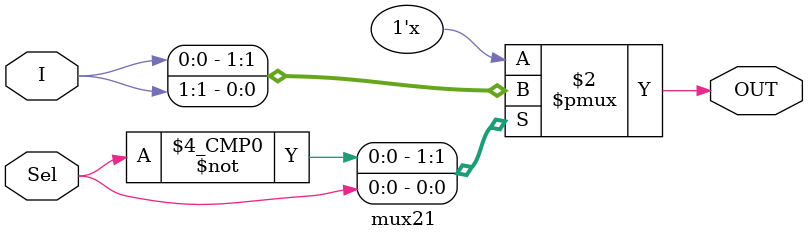
<source format=v>
module mux21 (OUT, I, Sel);
	
	output OUT;
	input [1:0] I;
	input Sel;
	
	reg OUT;

	always @(I, Sel)		
		case (Sel)
			1'b0: OUT = I[0];
			1'b1: OUT = I[1];
		endcase

endmodule
</source>
